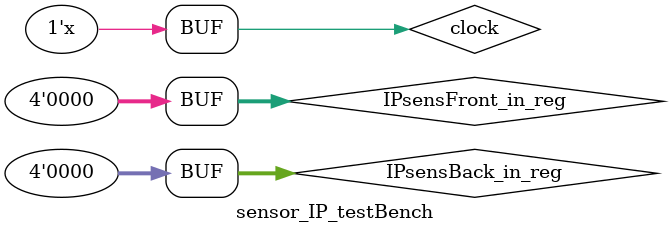
<source format=v>
`timescale 10ns / 1ps


module sensor_IP_testBench(
    );
    reg clock;
    reg [3:0]  IPsensFront_in_reg;
    reg [3:0]  IPsensBack_in_reg;
    
    wire [3:0] IPsensFront_out_wire;
    wire [3:0] IPsensBack_out_wire;
    
  //  wire debugIP500HzClock_wire;
    
    initial begin
        clock <= 0;
        IPsensFront_in_reg = 4'b1111;
        IPsensBack_in_reg = 4'b1111;
        #200000
               
        IPsensFront_in_reg <= 4'b0000;
        IPsensBack_in_reg <= 4'b0000;
        #200000

        IPsensFront_in_reg <= 4'b1000;
        IPsensBack_in_reg <=  4'b0001;
        #200000
        
        IPsensFront_in_reg <= 4'b0100;
        IPsensBack_in_reg <= 4'b0010;
        #200000

        IPsensFront_in_reg <= 4'b0100;
        IPsensBack_in_reg <=  4'b0010;
        #200000
        
        IPsensFront_in_reg <= 4'b0000;
        IPsensBack_in_reg <=  4'b0000;
    end
    
    sensor_IP_v2 ip_U1(
        .clock(clock),
        .IPsensFront_in(IPsensFront_in_reg),
        .IPsensBack_in(IPsensBack_in_reg),
        .IPsensFront_out(IPsensFront_out_wire),
        .IPsensBack_out(IPsensBack_out_wire)
       // .debugIP500HzClock(debugIP500HzClock_wire)
   );
   
   always begin
       #1 clock = ~clock;
   end
   
endmodule

</source>
